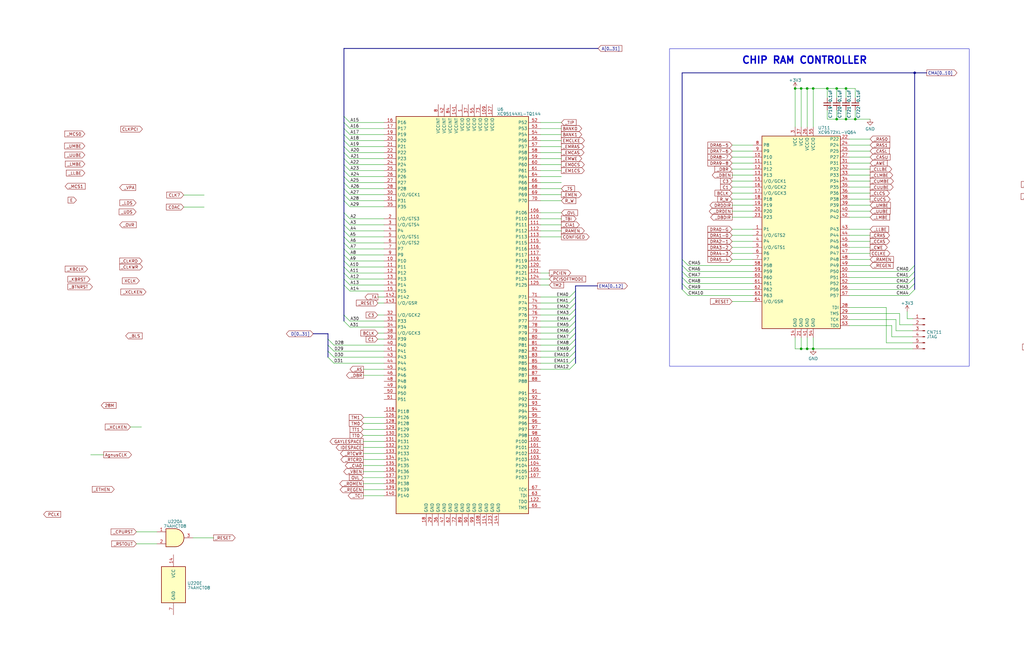
<source format=kicad_sch>
(kicad_sch (version 20230121) (generator eeschema)
  (paper "B")
  (title_block (title "AMIGA PCI") (date "2023-05-20") (rev "1"))
  (junction (at 342.9 147.193))
  (junction (at 340.36 147.193))
  (junction (at 356.743 37.338))
  (junction (at 356.743 50.292))
  (junction (at 340.36 37.338))
  (junction (at 337.82 37.338))
  (junction (at 342.9 37.338))
  (junction (at 360.68 50.292))
  (junction (at 352.806 50.292))
  (junction (at 348.869 37.338))
  (junction (at 337.82 147.193))
  (junction (at 335.28 37.338))
  (junction (at 352.806 37.338))
  (junction (at 519.938 5.08))
  (junction (at 385.699 30.734))
  (bus_entry (at 522.986 108.331) (size 2.54 -2.54))
  (bus_entry (at 517.398 60.071) (size 2.54 -2.54))
  (bus_entry (at 147.574 115.189) (size -2.54 -2.54))
  (bus_entry (at 383.159 122.174) (size 2.54 -2.54))
  (bus_entry (at 240.157 145.669) (size 2.54 -2.54))
  (bus_entry (at 522.986 143.891) (size 2.54 2.54))
  (bus_entry (at 517.398 80.391) (size 2.54 -2.54))
  (bus_entry (at 522.986 138.811) (size 2.54 2.54))
  (bus_entry (at 240.157 132.969) (size 2.54 -2.54))
  (bus_entry (at 147.574 107.569) (size -2.54 -2.54))
  (bus_entry (at 140.843 153.289) (size -2.54 -2.54))
  (bus_entry (at 240.157 125.349) (size 2.54 -2.54))
  (bus_entry (at 522.986 136.271) (size 2.54 2.54))
  (bus_entry (at 290.195 122.174) (size -2.54 -2.54))
  (bus_entry (at 453.009 138.811) (size -2.54 2.54))
  (bus_entry (at 240.157 148.209) (size 2.54 -2.54))
  (bus_entry (at 383.159 124.714) (size 2.54 -2.54))
  (bus_entry (at 453.009 54.991) (size -2.54 -2.54))
  (bus_entry (at 453.009 103.251) (size -2.54 -2.54))
  (bus_entry (at 147.574 102.489) (size -2.54 -2.54))
  (bus_entry (at 147.574 54.229) (size -2.54 -2.54))
  (bus_entry (at 383.159 114.554) (size 2.54 -2.54))
  (bus_entry (at 147.574 99.949) (size -2.54 -2.54))
  (bus_entry (at 453.009 88.011) (size -2.54 -2.54))
  (bus_entry (at 522.986 88.011) (size 2.54 -2.54))
  (bus_entry (at 147.574 64.389) (size -2.54 -2.54))
  (bus_entry (at 147.574 120.269) (size -2.54 -2.54))
  (bus_entry (at 147.574 97.409) (size -2.54 -2.54))
  (bus_entry (at 147.574 77.089) (size -2.54 -2.54))
  (bus_entry (at 453.009 65.151) (size -2.54 -2.54))
  (bus_entry (at 240.157 150.749) (size 2.54 -2.54))
  (bus_entry (at 522.986 95.631) (size 2.54 -2.54))
  (bus_entry (at 517.398 62.611) (size 2.54 -2.54))
  (bus_entry (at 147.574 135.509) (size -2.54 -2.54))
  (bus_entry (at 290.195 124.714) (size -2.54 -2.54))
  (bus_entry (at 147.574 56.769) (size -2.54 -2.54))
  (bus_entry (at 517.398 54.991) (size 2.54 -2.54))
  (bus_entry (at 517.398 70.231) (size 2.54 -2.54))
  (bus_entry (at 453.009 67.691) (size -2.54 -2.54))
  (bus_entry (at 517.398 72.771) (size 2.54 -2.54))
  (bus_entry (at 517.398 57.531) (size 2.54 -2.54))
  (bus_entry (at 147.574 92.329) (size -2.54 -2.54))
  (bus_entry (at 522.986 85.471) (size 2.54 -2.54))
  (bus_entry (at 453.009 126.111) (size -2.54 2.54))
  (bus_entry (at 453.009 113.411) (size -2.54 -2.54))
  (bus_entry (at 453.009 57.531) (size -2.54 -2.54))
  (bus_entry (at 240.157 127.889) (size 2.54 -2.54))
  (bus_entry (at 147.574 94.869) (size -2.54 -2.54))
  (bus_entry (at 453.009 133.731) (size -2.54 2.54))
  (bus_entry (at 522.986 110.871) (size 2.54 -2.54))
  (bus_entry (at 290.195 114.554) (size -2.54 -2.54))
  (bus_entry (at 522.986 113.411) (size 2.54 -2.54))
  (bus_entry (at 140.843 150.749) (size -2.54 -2.54))
  (bus_entry (at 240.157 153.289) (size 2.54 -2.54))
  (bus_entry (at 147.574 112.649) (size -2.54 -2.54))
  (bus_entry (at 453.009 95.631) (size -2.54 -2.54))
  (bus_entry (at 517.398 65.151) (size 2.54 -2.54))
  (bus_entry (at 147.574 59.309) (size -2.54 -2.54))
  (bus_entry (at 240.157 135.509) (size 2.54 -2.54))
  (bus_entry (at 522.986 98.171) (size 2.54 -2.54))
  (bus_entry (at 147.574 105.029) (size -2.54 -2.54))
  (bus_entry (at 147.574 61.849) (size -2.54 -2.54))
  (bus_entry (at 147.574 51.689) (size -2.54 -2.54))
  (bus_entry (at 453.009 108.331) (size -2.54 -2.54))
  (bus_entry (at 383.159 117.094) (size 2.54 -2.54))
  (bus_entry (at 453.009 121.031) (size -2.54 -2.54))
  (bus_entry (at 290.195 119.634) (size -2.54 -2.54))
  (bus_entry (at 517.398 77.851) (size 2.54 -2.54))
  (bus_entry (at 240.157 155.829) (size 2.54 -2.54))
  (bus_entry (at 453.009 123.571) (size -2.54 -2.54))
  (bus_entry (at 522.986 146.431) (size 2.54 2.54))
  (bus_entry (at 453.009 105.791) (size -2.54 -2.54))
  (bus_entry (at 140.843 145.669) (size -2.54 -2.54))
  (bus_entry (at 240.157 138.049) (size 2.54 -2.54))
  (bus_entry (at 147.574 84.709) (size -2.54 -2.54))
  (bus_entry (at 453.009 62.611) (size -2.54 -2.54))
  (bus_entry (at 453.009 115.951) (size -2.54 -2.54))
  (bus_entry (at 453.009 128.651) (size -2.54 2.54))
  (bus_entry (at 517.398 67.691) (size 2.54 -2.54))
  (bus_entry (at 522.986 133.731) (size 2.54 2.54))
  (bus_entry (at 147.574 69.469) (size -2.54 -2.54))
  (bus_entry (at 522.986 118.491) (size 2.54 -2.54))
  (bus_entry (at 240.157 143.129) (size 2.54 -2.54))
  (bus_entry (at 453.009 110.871) (size -2.54 -2.54))
  (bus_entry (at 522.986 90.551) (size 2.54 -2.54))
  (bus_entry (at 147.574 117.729) (size -2.54 -2.54))
  (bus_entry (at 240.157 130.429) (size 2.54 -2.54))
  (bus_entry (at 453.009 70.231) (size -2.54 -2.54))
  (bus_entry (at 522.986 128.651) (size 2.54 2.54))
  (bus_entry (at 453.009 131.191) (size -2.54 2.54))
  (bus_entry (at 140.843 148.209) (size -2.54 -2.54))
  (bus_entry (at 522.986 105.791) (size 2.54 -2.54))
  (bus_entry (at 147.574 82.169) (size -2.54 -2.54))
  (bus_entry (at 240.157 140.589) (size 2.54 -2.54))
  (bus_entry (at 147.574 110.109) (size -2.54 -2.54))
  (bus_entry (at 453.009 93.091) (size -2.54 -2.54))
  (bus_entry (at 522.986 141.351) (size 2.54 2.54))
  (bus_entry (at 147.574 72.009) (size -2.54 -2.54))
  (bus_entry (at 453.009 90.551) (size -2.54 -2.54))
  (bus_entry (at 522.986 103.251) (size 2.54 -2.54))
  (bus_entry (at 453.009 141.351) (size -2.54 2.54))
  (bus_entry (at 522.986 115.951) (size 2.54 -2.54))
  (bus_entry (at 147.574 87.249) (size -2.54 -2.54))
  (bus_entry (at 522.986 126.111) (size 2.54 2.54))
  (bus_entry (at 147.574 79.629) (size -2.54 -2.54))
  (bus_entry (at 522.986 121.031) (size 2.54 -2.54))
  (bus_entry (at 147.574 66.929) (size -2.54 -2.54))
  (bus_entry (at 522.986 82.931) (size 2.54 -2.54))
  (bus_entry (at 522.986 93.091) (size 2.54 -2.54))
  (bus_entry (at 453.009 60.071) (size -2.54 -2.54))
  (bus_entry (at 290.195 112.014) (size -2.54 -2.54))
  (bus_entry (at 147.574 138.049) (size -2.54 -2.54))
  (bus_entry (at 517.398 75.311) (size 2.54 -2.54))
  (bus_entry (at 522.986 131.191) (size 2.54 2.54))
  (bus_entry (at 147.574 74.549) (size -2.54 -2.54))
  (bus_entry (at 453.009 118.491) (size -2.54 -2.54))
  (bus_entry (at 522.986 123.571) (size 2.54 -2.54))
  (bus_entry (at 453.009 98.171) (size -2.54 -2.54))
  (bus_entry (at 453.009 136.271) (size -2.54 2.54))
  (bus_entry (at 290.195 117.094) (size -2.54 -2.54))
  (bus_entry (at 147.574 122.809) (size -2.54 -2.54))
  (bus_entry (at 383.159 119.634) (size 2.54 -2.54))
  (wire (pts (xy 510.286 115.951) (xy 522.986 115.951)))
  (wire (pts (xy 358.14 84.074) (xy 366.903 84.074)))
  (wire (pts (xy 358.14 101.854) (xy 366.903 101.854)))
  (bus (pts (xy 525.526 98.298) (xy 525.526 100.711)))
  (wire (pts (xy 308.737 99.314) (xy 317.5 99.314)))
  (wire (pts (xy 161.925 120.269) (xy 147.574 120.269)))
  (bus (pts (xy 525.526 105.791) (xy 525.526 108.331)))
  (wire (pts (xy 459.486 133.731) (xy 453.009 133.731)))
  (bus (pts (xy 519.938 75.311) (xy 519.938 72.771)))
  (wire (pts (xy 459.486 65.151) (xy 453.009 65.151)))
  (wire (pts (xy 308.737 71.374) (xy 317.5 71.374)))
  (wire (pts (xy 308.737 109.474) (xy 317.5 109.474)))
  (bus (pts (xy 242.697 130.429) (xy 242.697 127.889)))
  (wire (pts (xy 352.806 50.292) (xy 356.743 50.292)))
  (bus (pts (xy 145.034 74.549) (xy 145.034 77.089)))
  (bus (pts (xy 519.938 57.531) (xy 519.938 54.991)))
  (wire (pts (xy 161.925 77.089) (xy 147.574 77.089)))
  (wire (pts (xy 290.195 114.554) (xy 317.5 114.554)))
  (bus (pts (xy 450.469 95.631) (xy 450.469 100.711)))
  (bus (pts (xy 450.469 57.531) (xy 450.469 60.071)))
  (bus (pts (xy 145.034 77.089) (xy 145.034 79.629)))
  (wire (pts (xy 308.737 101.854) (xy 317.5 101.854)))
  (wire (pts (xy 308.737 68.834) (xy 317.5 68.834)))
  (wire (pts (xy 161.925 51.689) (xy 147.574 51.689)))
  (wire (pts (xy 153.289 158.369) (xy 161.925 158.369)))
  (wire (pts (xy 161.925 115.189) (xy 147.574 115.189)))
  (wire (pts (xy 227.965 69.469) (xy 236.728 69.469)))
  (wire (pts (xy 459.486 136.271) (xy 453.009 136.271)))
  (bus (pts (xy 145.034 20.447) (xy 252.222 20.447)))
  (wire (pts (xy 356.743 37.338) (xy 356.743 41.402)))
  (wire (pts (xy 161.925 69.469) (xy 147.574 69.469)))
  (wire (pts (xy 358.14 91.694) (xy 366.903 91.694)))
  (wire (pts (xy 383.159 122.174) (xy 358.14 122.174)))
  (wire (pts (xy 159.385 127.889) (xy 161.925 127.889)))
  (wire (pts (xy 153.162 196.469) (xy 161.925 196.469)))
  (bus (pts (xy 287.655 114.554) (xy 287.655 112.014)))
  (wire (pts (xy 236.728 84.709) (xy 227.965 84.709)))
  (bus (pts (xy 145.034 102.489) (xy 145.034 99.949)))
  (wire (pts (xy 337.82 53.594) (xy 337.82 37.338)))
  (wire (pts (xy 153.162 191.389) (xy 161.925 191.389)))
  (bus (pts (xy 287.655 30.734) (xy 385.699 30.734)))
  (bus (pts (xy 525.526 85.471) (xy 525.526 88.011)))
  (wire (pts (xy 459.486 108.331) (xy 453.009 108.331)))
  (wire (pts (xy 59.69 180.213) (xy 54.991 180.213)))
  (wire (pts (xy 342.9 142.494) (xy 342.9 147.193)))
  (bus (pts (xy 525.526 82.931) (xy 525.526 85.471)))
  (wire (pts (xy 510.286 70.231) (xy 517.398 70.231)))
  (wire (pts (xy 510.286 88.011) (xy 522.986 88.011)))
  (wire (pts (xy 373.761 129.794) (xy 373.761 144.653)))
  (bus (pts (xy 145.034 112.649) (xy 145.034 110.109)))
  (bus (pts (xy 145.034 99.949) (xy 145.034 97.409)))
  (wire (pts (xy 377.825 134.874) (xy 377.825 139.573)))
  (wire (pts (xy 227.965 56.769) (xy 236.728 56.769)))
  (wire (pts (xy 308.737 127.254) (xy 317.5 127.254)))
  (bus (pts (xy 519.938 65.151) (xy 519.938 62.611)))
  (bus (pts (xy 525.526 108.331) (xy 525.526 110.871)))
  (wire (pts (xy 459.486 141.351) (xy 453.009 141.351)))
  (wire (pts (xy 358.14 104.394) (xy 366.903 104.394)))
  (wire (pts (xy 337.82 37.338) (xy 335.28 37.338)))
  (wire (pts (xy 510.286 113.411) (xy 522.986 113.411)))
  (wire (pts (xy 335.28 142.494) (xy 335.28 147.193)))
  (wire (pts (xy 358.14 86.614) (xy 366.903 86.614)))
  (bus (pts (xy 145.034 115.189) (xy 145.034 112.649)))
  (bus (pts (xy 242.697 140.589) (xy 242.697 138.049)))
  (bus (pts (xy 519.938 72.771) (xy 519.938 70.231)))
  (wire (pts (xy 342.9 147.193) (xy 384.937 147.193)))
  (bus (pts (xy 519.938 60.071) (xy 519.938 57.531)))
  (bus (pts (xy 385.699 112.014) (xy 385.699 114.554)))
  (wire (pts (xy 161.925 97.409) (xy 147.574 97.409)))
  (wire (pts (xy 358.14 61.214) (xy 366.903 61.214)))
  (wire (pts (xy 153.162 186.309) (xy 161.925 186.309)))
  (bus (pts (xy 385.699 30.734) (xy 390.779 30.734)))
  (bus (pts (xy 242.697 125.349) (xy 242.697 122.809)))
  (wire (pts (xy 227.965 59.309) (xy 236.728 59.309)))
  (bus (pts (xy 450.469 103.251) (xy 450.469 105.791)))
  (wire (pts (xy 352.806 37.338) (xy 352.806 41.402)))
  (wire (pts (xy 358.14 78.994) (xy 366.903 78.994)))
  (wire (pts (xy 227.965 89.789) (xy 236.728 89.789)))
  (wire (pts (xy 153.162 209.169) (xy 161.925 209.169)))
  (bus (pts (xy 450.469 5.08) (xy 519.938 5.08)))
  (wire (pts (xy 161.925 56.769) (xy 147.574 56.769)))
  (wire (pts (xy 57.531 229.489) (xy 66.167 229.489)))
  (bus (pts (xy 525.526 103.251) (xy 525.526 105.791)))
  (wire (pts (xy 440.436 80.391) (xy 459.486 80.391)))
  (wire (pts (xy 510.286 54.991) (xy 517.398 54.991)))
  (wire (pts (xy 358.14 96.774) (xy 366.903 96.774)))
  (bus (pts (xy 138.303 148.209) (xy 138.303 145.669)))
  (wire (pts (xy 231.648 120.269) (xy 227.965 120.269)))
  (bus (pts (xy 145.034 92.329) (xy 145.034 94.869)))
  (wire (pts (xy 358.14 99.314) (xy 366.903 99.314)))
  (wire (pts (xy 57.531 224.409) (xy 66.167 224.409)))
  (wire (pts (xy 337.82 147.193) (xy 340.36 147.193)))
  (wire (pts (xy 227.965 125.349) (xy 240.157 125.349)))
  (wire (pts (xy 308.737 84.074) (xy 317.5 84.074)))
  (wire (pts (xy 227.965 54.229) (xy 236.728 54.229)))
  (wire (pts (xy 227.965 148.209) (xy 240.157 148.209)))
  (wire (pts (xy 77.47 87.376) (xy 86.106 87.376)))
  (bus (pts (xy 242.697 145.669) (xy 242.697 143.129)))
  (wire (pts (xy 161.925 66.929) (xy 147.574 66.929)))
  (wire (pts (xy 510.286 80.391) (xy 517.398 80.391)))
  (wire (pts (xy 383.159 124.714) (xy 358.14 124.714)))
  (wire (pts (xy 308.737 89.154) (xy 317.5 89.154)))
  (wire (pts (xy 510.286 143.891) (xy 522.986 143.891)))
  (wire (pts (xy 510.286 118.491) (xy 522.986 118.491)))
  (wire (pts (xy 376.047 137.414) (xy 376.047 142.113)))
  (wire (pts (xy 308.737 66.294) (xy 317.5 66.294)))
  (wire (pts (xy 459.486 110.871) (xy 453.009 110.871)))
  (bus (pts (xy 450.469 67.691) (xy 450.469 85.471)))
  (wire (pts (xy 459.486 93.091) (xy 453.009 93.091)))
  (wire (pts (xy 153.162 199.009) (xy 161.925 199.009)))
  (bus (pts (xy 145.034 132.969) (xy 145.034 135.509)))
  (wire (pts (xy 358.14 129.794) (xy 373.761 129.794)))
  (bus (pts (xy 450.469 118.491) (xy 450.469 121.031)))
  (bus (pts (xy 385.699 117.094) (xy 385.699 119.634)))
  (wire (pts (xy 290.195 112.014) (xy 317.5 112.014)))
  (bus (pts (xy 145.034 117.729) (xy 145.034 115.189)))
  (bus (pts (xy 525.526 93.091) (xy 525.526 95.631)))
  (wire (pts (xy 161.925 148.209) (xy 140.843 148.209)))
  (bus (pts (xy 145.034 61.849) (xy 145.034 59.309)))
  (bus (pts (xy 287.655 117.094) (xy 287.655 114.554)))
  (wire (pts (xy 159.258 132.969) (xy 161.925 132.969)))
  (wire (pts (xy 453.009 115.951) (xy 459.486 115.951)))
  (wire (pts (xy 335.28 37.338) (xy 335.28 53.594)))
  (bus (pts (xy 450.469 108.458) (xy 450.469 110.871)))
  (wire (pts (xy 358.14 66.294) (xy 366.903 66.294)))
  (wire (pts (xy 290.195 119.634) (xy 317.5 119.634)))
  (bus (pts (xy 242.697 120.65) (xy 251.968 120.65)))
  (bus (pts (xy 145.034 59.309) (xy 145.034 56.769)))
  (wire (pts (xy 440.436 75.311) (xy 459.486 75.311)))
  (wire (pts (xy 227.965 127.889) (xy 240.157 127.889)))
  (wire (pts (xy 308.737 96.774) (xy 317.5 96.774)))
  (wire (pts (xy 308.737 106.934) (xy 317.5 106.934)))
  (wire (pts (xy 227.965 51.689) (xy 236.728 51.689)))
  (bus (pts (xy 145.034 117.856) (xy 145.034 120.269)))
  (wire (pts (xy 510.286 138.811) (xy 522.986 138.811)))
  (wire (pts (xy 290.195 124.714) (xy 317.5 124.714)))
  (wire (pts (xy 159.385 140.589) (xy 161.925 140.589)))
  (bus (pts (xy 525.526 100.711) (xy 525.526 103.251)))
  (bus (pts (xy 145.034 84.709) (xy 145.034 89.789)))
  (wire (pts (xy 358.14 63.754) (xy 366.903 63.754)))
  (wire (pts (xy 236.728 99.949) (xy 227.965 99.949)))
  (bus (pts (xy 287.655 119.634) (xy 287.655 117.094)))
  (wire (pts (xy 153.162 193.929) (xy 161.925 193.929)))
  (wire (pts (xy 459.486 70.231) (xy 453.009 70.231)))
  (wire (pts (xy 358.14 119.634) (xy 383.159 119.634)))
  (wire (pts (xy 348.869 50.292) (xy 352.806 50.292)))
  (wire (pts (xy 459.486 123.571) (xy 453.009 123.571)))
  (wire (pts (xy 161.925 117.729) (xy 147.574 117.729)))
  (wire (pts (xy 510.286 123.571) (xy 522.986 123.571)))
  (wire (pts (xy 358.14 89.154) (xy 366.903 89.154)))
  (bus (pts (xy 519.938 52.451) (xy 519.938 5.08)))
  (wire (pts (xy 159.385 125.349) (xy 161.925 125.349)))
  (wire (pts (xy 227.965 72.009) (xy 236.728 72.009)))
  (wire (pts (xy 510.286 105.791) (xy 522.986 105.791)))
  (wire (pts (xy 161.925 145.669) (xy 140.843 145.669)))
  (wire (pts (xy 510.286 77.851) (xy 517.398 77.851)))
  (bus (pts (xy 287.655 109.474) (xy 287.655 30.734)))
  (bus (pts (xy 145.034 105.029) (xy 145.034 102.489)))
  (wire (pts (xy 161.925 72.009) (xy 147.574 72.009)))
  (wire (pts (xy 308.737 61.214) (xy 317.5 61.214)))
  (bus (pts (xy 242.697 127.889) (xy 242.697 125.349)))
  (wire (pts (xy 510.286 131.191) (xy 522.986 131.191)))
  (wire (pts (xy 459.486 103.251) (xy 453.009 103.251)))
  (bus (pts (xy 519.938 5.08) (xy 557.911 5.08)))
  (wire (pts (xy 510.286 103.251) (xy 522.986 103.251)))
  (wire (pts (xy 227.965 74.549) (xy 236.728 74.549)))
  (wire (pts (xy 358.14 112.014) (xy 366.903 112.014)))
  (wire (pts (xy 510.286 95.631) (xy 522.986 95.631)))
  (bus (pts (xy 525.526 115.951) (xy 525.526 118.491)))
  (wire (pts (xy 227.965 140.589) (xy 240.157 140.589)))
  (wire (pts (xy 161.925 64.389) (xy 147.574 64.389)))
  (wire (pts (xy 358.14 134.874) (xy 377.825 134.874)))
  (bus (pts (xy 450.469 100.711) (xy 450.469 103.251)))
  (wire (pts (xy 352.806 46.482) (xy 352.806 50.292)))
  (wire (pts (xy 459.486 60.071) (xy 453.009 60.071)))
  (wire (pts (xy 342.9 53.594) (xy 342.9 37.338)))
  (wire (pts (xy 147.574 135.509) (xy 161.925 135.509)))
  (wire (pts (xy 510.286 65.151) (xy 517.398 65.151)))
  (wire (pts (xy 459.486 128.651) (xy 453.009 128.651)))
  (wire (pts (xy 358.14 71.374) (xy 366.903 71.374)))
  (wire (pts (xy 340.36 142.494) (xy 340.36 147.193)))
  (wire (pts (xy 356.743 50.292) (xy 360.68 50.292)))
  (bus (pts (xy 242.697 135.509) (xy 242.697 132.969)))
  (bus (pts (xy 138.303 145.669) (xy 138.303 143.129)))
  (wire (pts (xy 358.14 81.534) (xy 366.903 81.534)))
  (wire (pts (xy 358.14 117.094) (xy 383.159 117.094)))
  (wire (pts (xy 161.925 54.229) (xy 147.574 54.229)))
  (wire (pts (xy 161.925 99.949) (xy 147.574 99.949)))
  (bus (pts (xy 450.469 5.08) (xy 450.469 52.451)))
  (bus (pts (xy 138.303 150.749) (xy 138.303 148.209)))
  (bus (pts (xy 525.526 88.011) (xy 525.526 90.551)))
  (bus (pts (xy 145.034 66.929) (xy 145.034 64.389)))
  (wire (pts (xy 459.486 121.031) (xy 453.009 121.031)))
  (wire (pts (xy 161.925 105.029) (xy 147.574 105.029)))
  (wire (pts (xy 147.574 84.709) (xy 161.925 84.709)))
  (wire (pts (xy 510.286 121.031) (xy 522.986 121.031)))
  (wire (pts (xy 459.486 67.691) (xy 453.009 67.691)))
  (wire (pts (xy 376.047 142.113) (xy 384.937 142.113)))
  (wire (pts (xy 373.761 144.653) (xy 384.937 144.653)))
  (bus (pts (xy 450.469 65.151) (xy 450.469 67.691)))
  (bus (pts (xy 385.699 119.634) (xy 385.699 122.174)))
  (wire (pts (xy 459.486 88.011) (xy 453.009 88.011)))
  (wire (pts (xy 440.436 72.771) (xy 459.486 72.771)))
  (wire (pts (xy 227.965 135.509) (xy 240.157 135.509)))
  (wire (pts (xy 308.737 63.754) (xy 317.5 63.754)))
  (wire (pts (xy 153.162 183.769) (xy 161.925 183.769)))
  (bus (pts (xy 287.655 122.174) (xy 287.655 119.634)))
  (wire (pts (xy 459.486 95.631) (xy 453.009 95.631)))
  (wire (pts (xy 358.14 76.454) (xy 366.903 76.454)))
  (wire (pts (xy 227.965 150.749) (xy 240.157 150.749)))
  (wire (pts (xy 348.869 37.338) (xy 348.869 41.402)))
  (bus (pts (xy 450.469 115.951) (xy 450.469 118.491)))
  (wire (pts (xy 459.486 118.491) (xy 453.009 118.491)))
  (bus (pts (xy 525.526 113.411) (xy 525.526 115.951)))
  (bus (pts (xy 450.469 60.071) (xy 450.469 62.611)))
  (bus (pts (xy 525.526 90.551) (xy 525.526 93.091)))
  (wire (pts (xy 459.486 57.531) (xy 453.009 57.531)))
  (bus (pts (xy 145.034 120.269) (xy 145.034 132.969)))
  (wire (pts (xy 161.925 92.329) (xy 147.574 92.329)))
  (wire (pts (xy 459.486 105.791) (xy 453.009 105.791)))
  (wire (pts (xy 379.349 132.334) (xy 379.349 137.033)))
  (wire (pts (xy 352.806 37.338) (xy 348.869 37.338)))
  (wire (pts (xy 161.925 82.169) (xy 147.574 82.169)))
  (wire (pts (xy 510.286 141.351) (xy 522.986 141.351)))
  (wire (pts (xy 348.869 37.338) (xy 342.9 37.338)))
  (wire (pts (xy 153.162 204.089) (xy 161.925 204.089)))
  (wire (pts (xy 377.825 139.573) (xy 384.937 139.573)))
  (wire (pts (xy 308.737 104.394) (xy 317.5 104.394)))
  (wire (pts (xy 510.286 57.531) (xy 517.398 57.531)))
  (wire (pts (xy 147.574 138.049) (xy 161.925 138.049)))
  (bus (pts (xy 145.034 82.169) (xy 145.034 84.709)))
  (bus (pts (xy 525.526 110.871) (xy 525.526 113.411)))
  (bus (pts (xy 145.034 49.149) (xy 145.034 20.447)))
  (wire (pts (xy 227.965 64.389) (xy 236.728 64.389)))
  (wire (pts (xy 459.486 77.851) (xy 440.436 77.851)))
  (wire (pts (xy 161.925 150.749) (xy 140.843 150.749)))
  (wire (pts (xy 510.286 62.611) (xy 517.398 62.611)))
  (wire (pts (xy 227.965 79.629) (xy 236.728 79.629)))
  (bus (pts (xy 525.526 80.391) (xy 525.526 10.795)))
  (wire (pts (xy 161.925 87.249) (xy 147.574 87.249)))
  (wire (pts (xy 161.925 110.109) (xy 147.574 110.109)))
  (bus (pts (xy 450.469 93.091) (xy 450.469 95.631)))
  (wire (pts (xy 227.965 130.429) (xy 240.157 130.429)))
  (wire (pts (xy 81.407 226.949) (xy 90.043 226.949)))
  (wire (pts (xy 383.159 114.554) (xy 358.14 114.554)))
  (wire (pts (xy 384.937 134.493) (xy 382.524 134.493)))
  (wire (pts (xy 348.869 46.482) (xy 348.869 50.292)))
  (wire (pts (xy 153.162 206.629) (xy 161.925 206.629)))
  (wire (pts (xy 189.611 -44.831) (xy 195.453 -44.831)))
  (wire (pts (xy 510.286 85.471) (xy 522.986 85.471)))
  (wire (pts (xy 510.286 90.551) (xy 522.986 90.551)))
  (wire (pts (xy 147.574 122.809) (xy 161.925 122.809)))
  (bus (pts (xy 242.697 132.969) (xy 242.697 130.429)))
  (wire (pts (xy 161.925 107.569) (xy 147.574 107.569)))
  (bus (pts (xy 242.697 122.809) (xy 242.697 120.65)))
  (wire (pts (xy 308.737 76.454) (xy 317.5 76.454)))
  (wire (pts (xy 210.693 -51.181) (xy 210.693 -47.371)))
  (bus (pts (xy 287.655 112.014) (xy 287.655 109.474)))
  (wire (pts (xy 227.965 92.329) (xy 236.728 92.329)))
  (wire (pts (xy 360.68 46.482) (xy 360.68 50.292)))
  (wire (pts (xy 308.737 91.694) (xy 317.5 91.694)))
  (wire (pts (xy 159.258 143.129) (xy 161.925 143.129)))
  (wire (pts (xy 231.648 117.729) (xy 227.965 117.729)))
  (wire (pts (xy 510.286 108.331) (xy 522.986 108.331)))
  (wire (pts (xy 510.286 72.771) (xy 517.398 72.771)))
  (wire (pts (xy 153.162 201.549) (xy 161.925 201.549)))
  (bus (pts (xy 525.526 10.795) (xy 557.911 10.795)))
  (wire (pts (xy 210.693 -42.291) (xy 223.901 -42.291)))
  (bus (pts (xy 385.699 114.554) (xy 385.699 117.094)))
  (wire (pts (xy 227.965 145.669) (xy 240.157 145.669)))
  (wire (pts (xy 459.486 82.931) (xy 440.436 82.931)))
  (bus (pts (xy 132.08 140.843) (xy 138.303 140.843)))
  (bus (pts (xy 450.469 88.011) (xy 450.469 90.551)))
  (wire (pts (xy 153.162 188.849) (xy 161.925 188.849)))
  (wire (pts (xy 510.286 110.871) (xy 522.986 110.871)))
  (wire (pts (xy 360.68 37.338) (xy 360.68 41.402)))
  (wire (pts (xy 356.743 46.482) (xy 356.743 50.292)))
  (wire (pts (xy 358.14 58.674) (xy 366.903 58.674)))
  (bus (pts (xy 145.034 64.389) (xy 145.034 61.849)))
  (wire (pts (xy 510.286 128.651) (xy 522.986 128.651)))
  (wire (pts (xy 335.28 147.193) (xy 337.82 147.193)))
  (bus (pts (xy 450.469 113.411) (xy 450.469 115.951)))
  (wire (pts (xy 227.965 153.289) (xy 240.157 153.289)))
  (bus (pts (xy 519.938 54.991) (xy 519.938 52.451)))
  (wire (pts (xy 161.925 153.289) (xy 140.843 153.289)))
  (wire (pts (xy 161.925 74.549) (xy 147.574 74.549)))
  (bus (pts (xy 450.469 54.991) (xy 450.469 57.531)))
  (wire (pts (xy 510.286 75.311) (xy 517.398 75.311)))
  (wire (pts (xy 356.743 37.338) (xy 352.806 37.338)))
  (bus (pts (xy 450.469 105.791) (xy 450.469 108.331)))
  (bus (pts (xy 242.697 150.749) (xy 242.697 148.209)))
  (wire (pts (xy 510.286 82.931) (xy 522.986 82.931)))
  (wire (pts (xy 342.9 37.338) (xy 340.36 37.338)))
  (bus (pts (xy 450.469 62.611) (xy 450.469 65.151)))
  (bus (pts (xy 450.469 90.551) (xy 450.469 93.091)))
  (wire (pts (xy 340.36 53.594) (xy 340.36 37.338)))
  (wire (pts (xy 227.965 143.129) (xy 240.157 143.129)))
  (bus (pts (xy 242.697 148.209) (xy 242.697 145.669)))
  (wire (pts (xy 153.162 181.229) (xy 161.925 181.229)))
  (bus (pts (xy 145.034 89.789) (xy 145.034 92.329)))
  (wire (pts (xy 358.14 132.334) (xy 379.349 132.334)))
  (wire (pts (xy 227.965 94.869) (xy 236.728 94.869)))
  (wire (pts (xy 358.14 137.414) (xy 376.047 137.414)))
  (wire (pts (xy 340.36 147.193) (xy 342.9 147.193)))
  (wire (pts (xy 161.925 94.869) (xy 147.574 94.869)))
  (bus (pts (xy 242.697 143.129) (xy 242.697 140.589)))
  (bus (pts (xy 242.697 153.289) (xy 242.697 150.749)))
  (bus (pts (xy 145.034 97.409) (xy 145.034 94.869)))
  (bus (pts (xy 145.034 107.569) (xy 145.034 105.029)))
  (wire (pts (xy 510.286 60.071) (xy 517.398 60.071)))
  (wire (pts (xy 77.47 82.296) (xy 86.106 82.296)))
  (bus (pts (xy 450.469 110.871) (xy 450.469 113.411)))
  (bus (pts (xy 145.034 74.549) (xy 145.034 72.009)))
  (wire (pts (xy 231.648 115.189) (xy 227.965 115.189)))
  (bus (pts (xy 145.034 69.469) (xy 145.034 66.929)))
  (bus (pts (xy 145.034 72.009) (xy 145.034 69.469)))
  (wire (pts (xy 227.965 138.049) (xy 240.157 138.049)))
  (bus (pts (xy 242.697 138.049) (xy 242.697 135.509)))
  (bus (pts (xy 519.938 67.691) (xy 519.938 65.151)))
  (wire (pts (xy 510.286 146.431) (xy 522.986 146.431)))
  (bus (pts (xy 145.034 110.109) (xy 145.034 107.569)))
  (wire (pts (xy 153.289 178.689) (xy 161.925 178.689)))
  (bus (pts (xy 450.469 52.451) (xy 450.469 54.991)))
  (wire (pts (xy 227.965 66.929) (xy 236.728 66.929)))
  (bus (pts (xy 519.938 62.611) (xy 519.938 60.071)))
  (wire (pts (xy 227.965 61.849) (xy 236.728 61.849)))
  (wire (pts (xy 459.486 131.191) (xy 453.009 131.191)))
  (wire (pts (xy 459.486 138.811) (xy 453.009 138.811)))
  (wire (pts (xy 510.286 126.111) (xy 522.986 126.111)))
  (wire (pts (xy 459.486 126.111) (xy 453.009 126.111)))
  (bus (pts (xy 145.034 56.769) (xy 145.034 54.229)))
  (wire (pts (xy 360.68 50.292) (xy 366.903 50.292)))
  (bus (pts (xy 519.938 70.231) (xy 519.938 67.691)))
  (wire (pts (xy 308.737 81.534) (xy 317.5 81.534)))
  (wire (pts (xy 290.195 122.174) (xy 317.5 122.174)))
  (bus (pts (xy 525.526 118.491) (xy 525.526 121.031)))
  (bus (pts (xy 525.526 95.631) (xy 525.526 98.171)))
  (wire (pts (xy 459.486 62.611) (xy 453.009 62.611)))
  (wire (pts (xy 236.728 97.409) (xy 227.965 97.409)))
  (wire (pts (xy 308.737 86.614) (xy 317.5 86.614)))
  (wire (pts (xy 236.728 82.169) (xy 227.965 82.169)))
  (wire (pts (xy 459.486 98.171) (xy 453.009 98.171)))
  (wire (pts (xy 358.14 73.914) (xy 366.903 73.914)))
  (wire (pts (xy 358.14 68.834) (xy 366.903 68.834)))
  (wire (pts (xy 510.286 67.691) (xy 517.398 67.691)))
  (wire (pts (xy 337.82 142.494) (xy 337.82 147.193)))
  (wire (pts (xy 227.965 77.089) (xy 236.728 77.089)))
  (bus (pts (xy 450.469 85.471) (xy 450.469 88.011)))
  (bus (pts (xy 145.034 49.149) (xy 145.034 51.689)))
  (wire (pts (xy 340.36 37.338) (xy 337.82 37.338)))
  (wire (pts (xy 510.286 133.731) (xy 522.986 133.731)))
  (wire (pts (xy 358.14 109.474) (xy 366.903 109.474)))
  (wire (pts (xy 459.486 90.551) (xy 453.009 90.551)))
  (wire (pts (xy 510.286 98.171) (xy 522.986 98.171)))
  (wire (pts (xy 227.965 132.969) (xy 240.157 132.969)))
  (wire (pts (xy 161.925 112.649) (xy 147.574 112.649)))
  (wire (pts (xy 38.227 191.897) (xy 43.688 191.897)))
  (wire (pts (xy 510.286 136.271) (xy 522.986 136.271)))
  (wire (pts (xy 161.925 59.309) (xy 147.574 59.309)))
  (wire (pts (xy 308.737 73.914) (xy 317.5 73.914)))
  (wire (pts (xy 161.925 61.849) (xy 147.574 61.849)))
  (wire (pts (xy 161.925 79.629) (xy 147.574 79.629)))
  (wire (pts (xy 290.195 117.094) (xy 317.5 117.094)))
  (wire (pts (xy 227.965 155.829) (xy 240.157 155.829)))
  (wire (pts (xy 379.349 137.033) (xy 384.937 137.033)))
  (bus (pts (xy 525.526 80.391) (xy 525.526 82.931)))
  (wire (pts (xy 153.289 155.829) (xy 161.925 155.829)))
  (bus (pts (xy 145.034 79.629) (xy 145.034 82.169)))
  (wire (pts (xy 459.486 54.991) (xy 453.009 54.991)))
  (bus (pts (xy 519.938 77.851) (xy 519.938 75.311)))
  (wire (pts (xy 153.289 176.149) (xy 161.925 176.149)))
  (bus (pts (xy 145.034 54.229) (xy 145.034 51.689)))
  (bus (pts (xy 385.699 30.734) (xy 385.699 112.014)))
  (wire (pts (xy 459.486 113.411) (xy 453.009 113.411)))
  (wire (pts (xy 161.925 102.489) (xy 147.574 102.489)))
  (wire (pts (xy 308.737 78.994) (xy 317.5 78.994)))
  (wire (pts (xy 358.14 106.934) (xy 366.903 106.934)))
  (wire (pts (xy 360.68 37.338) (xy 356.743 37.338)))
  (wire (pts (xy 510.286 93.091) (xy 522.986 93.091)))
  (wire (pts (xy 382.524 131.445) (xy 382.524 134.493)))
  (wire (pts (xy 440.309 146.431) (xy 459.486 146.431)))
  (bus (pts (xy 138.303 143.129) (xy 138.303 140.843)))
  (rectangle (start 282.321 20.574) (end 408.686 154.559))
  (text "_BLIT HOLDS OFF DTACK DURING A CHIPSET DMA\nACCESS. IN THE EVENT THE CPU ENTERS A RAM \nCYCLE, THIS HOLDS OF THE CPU UNTIL THE CHIPSET\nCYCLE IS COMPLETE AND THE CPU IS ALLOWED ACCESS \nTO THE RAM. IT IS ONLY ASSERTED WHEN _ROMEN = 1\nAND _DBR = 0." (at 134.493 -10.541 0) (effects (font (size 3 3)) (justify left bottom)))
  (text "THIS IS JUST GOING TO SIT HERE FOR NOW.\nTHIS IS ANOTHER OPTION IF WE NEED TO \nSAVE SOME BOARD SPACE. WE CAN ELIMINATE\nTHE BUFFERS AROUND AGNUS WITH THIS, BUT\nIT IS MUCH MORE EXPENSIVE OPTION." (at 528.066 52.451 0) (effects (font (size 2 2)) (justify left bottom)))
  (text "CHIP RAM CONTROLLER" (at 312.674 27.305 0) (effects (font (size 3 3) (thickness 0.6) bold) (justify left bottom)))
  (label "EMA10" (at 239.903 150.749 180))
  (label "D0" (at 453.009 103.251 0))
  (label "D5" (at 453.009 115.951 0))
  (label "CMA2" (at 383.159 119.634 180))
  (label "A30" (at 147.701 135.509 0))
  (label "LDB15" (at 453.009 141.351 0) (effects (font (size 1.2954 1.2954))))
  (label "A3" (at 147.701 94.869 0))
  (label "D26" (at 517.398 67.691 180))
  (label "A27" (at 147.701 82.169 0))
  (label "A14" (at 147.701 122.809 0))
  (label "D4" (at 453.136 113.411 0))
  (label "LDB13" (at 453.009 136.271 0) (effects (font (size 1.2954 1.2954))))
  (label "D31" (at 140.843 153.289 0))
  (label "D22" (at 453.009 95.631 0))
  (label "A22" (at 147.701 69.469 0))
  (label "LDB0" (at 522.986 126.111 180) (effects (font (size 1.2954 1.2954))))
  (label "UDB13" (at 522.986 118.491 180) (effects (font (size 1.2954 1.2954))))
  (label "LDB10" (at 453.009 128.651 0) (effects (font (size 1.2954 1.2954))))
  (label "UDB5" (at 522.986 95.631 180) (effects (font (size 1.2954 1.2954))))
  (label "A26" (at 147.828 79.629 0))
  (label "A16" (at 147.701 54.229 0))
  (label "LDB14" (at 453.009 138.811 0) (effects (font (size 1.2954 1.2954))))
  (label "D8" (at 453.009 123.571 0))
  (label "A4" (at 147.701 97.409 0))
  (label "LDB2" (at 522.986 131.191 180) (effects (font (size 1.2954 1.2954))))
  (label "D25" (at 517.271 65.151 180))
  (label "D19" (at 517.398 57.531 180))
  (label "D31" (at 517.398 80.391 180))
  (label "A24" (at 147.828 74.549 0))
  (label "D16" (at 453.009 88.011 0))
  (label "D15" (at 453.009 70.231 0))
  (label "A10" (at 147.574 112.649 0))
  (label "D7" (at 453.009 121.031 0))
  (label "D1" (at 453.009 105.791 0))
  (label "A13" (at 147.701 120.269 0))
  (label "D10" (at 453.009 57.531 0))
  (label "CMA10" (at 290.195 124.714 0))
  (label "A25" (at 147.701 77.089 0))
  (label "D11" (at 453.009 60.071 0))
  (label "LDB8" (at 522.986 146.431 180) (effects (font (size 1.2954 1.2954))))
  (label "LDB6" (at 522.986 141.351 180) (effects (font (size 1.2954 1.2954))))
  (label "_BLIT" (at 174.371 -47.371 180))
  (label "UDB4" (at 522.986 93.091 180) (effects (font (size 1.2954 1.2954))))
  (label "D21" (at 517.398 60.071 180))
  (label "D27" (at 517.398 70.231 180))
  (label "A5" (at 147.574 99.949 0))
  (label "CMA8" (at 290.195 119.634 0))
  (label "D29" (at 517.398 75.311 180))
  (label "A9" (at 147.574 110.109 0))
  (label "A21" (at 147.828 66.929 0))
  (label "_ROMEN" (at 189.611 -49.911 0))
  (label "UDB10" (at 522.986 110.871 180) (effects (font (size 1.2954 1.2954))))
  (label "UDB1" (at 522.986 85.471 180) (effects (font (size 1.2954 1.2954))))
  (label "UDB14" (at 522.986 121.031 180) (effects (font (size 1.2954 1.2954))))
  (label "EMA8" (at 239.903 145.669 180))
  (label "A19" (at 147.701 61.849 0))
  (label "A6" (at 147.701 102.489 0))
  (label "CMA3" (at 383.159 122.174 180))
  (label "A23" (at 147.701 72.009 0))
  (label "LDB4" (at 522.986 136.271 180) (effects (font (size 1.2954 1.2954))))
  (label "EMA4" (at 239.903 135.509 180))
  (label "A8" (at 147.701 107.569 0))
  (label "LDB12" (at 453.009 133.731 0) (effects (font (size 1.2954 1.2954))))
  (label "UDB12" (at 522.986 115.951 180) (effects (font (size 1.2954 1.2954))))
  (label "D9" (at 453.009 54.991 0))
  (label "LDB5" (at 522.986 138.811 180) (effects (font (size 1.2954 1.2954))))
  (label "D20" (at 453.009 93.091 0))
  (label "D3" (at 453.009 110.871 0))
  (label "EMA5" (at 239.903 138.049 180))
  (label "D2" (at 453.009 108.331 0))
  (label "UDB6" (at 522.986 98.171 180) (effects (font (size 1.2954 1.2954))))
  (label "EMA7" (at 239.903 143.129 180))
  (label "D18" (at 453.009 90.551 0))
  (label "D30" (at 517.398 77.851 180))
  (label "D28" (at 141.097 145.669 0))
  (label "UDB9" (at 522.986 108.331 180) (effects (font (size 1.2954 1.2954))))
  (label "D24" (at 517.398 62.611 180))
  (label "UDB15" (at 522.986 123.571 180) (effects (font (size 1.2954 1.2954))))
  (label "EMA1" (at 239.776 127.889 180))
  (label "A15" (at 147.701 51.689 0))
  (label "CMA0" (at 383.159 114.554 180))
  (label "LDB11" (at 453.009 131.191 0) (effects (font (size 1.2954 1.2954))))
  (label "EMA12" (at 239.903 155.829 180))
  (label "A11" (at 147.574 115.189 0))
  (label "D12" (at 453.009 62.611 0))
  (label "EMA0" (at 239.776 125.349 180))
  (label "EMA6" (at 239.903 140.589 180))
  (label "CMA4" (at 383.159 124.714 180))
  (label "D14" (at 453.009 67.691 0))
  (label "D30" (at 140.97 150.749 0))
  (label "A20" (at 147.828 64.389 0))
  (label "LDB7" (at 522.986 143.891 180) (effects (font (size 1.2954 1.2954))))
  (label "A18" (at 147.701 59.309 0))
  (label "LDB1" (at 522.986 128.651 180) (effects (font (size 1.2954 1.2954))))
  (label "A29" (at 147.701 87.249 0))
  (label "D28" (at 517.398 72.771 180))
  (label "UDB2" (at 522.986 88.011 180) (effects (font (size 1.2954 1.2954))))
  (label "A2" (at 147.701 92.329 0))
  (label "A31" (at 147.574 138.049 0))
  (label "A12" (at 147.701 117.729 0))
  (label "A28" (at 147.701 84.709 0))
  (label "UDB11" (at 522.986 113.411 180) (effects (font (size 1.2954 1.2954))))
  (label "EMA3" (at 239.903 132.969 180))
  (label "LDB9" (at 453.009 126.111 0) (effects (font (size 1.2954 1.2954))))
  (label "LDB3" (at 522.986 133.731 180) (effects (font (size 1.2954 1.2954))))
  (label "D23" (at 453.009 98.171 0))
  (label "EMA2" (at 239.903 130.429 180))
  (label "D6" (at 453.009 118.491 0))
  (label "D29" (at 140.97 148.209 0))
  (label "EMA9" (at 239.903 148.209 180))
  (label "CMA1" (at 383.159 117.094 180))
  (label "CMA7" (at 290.195 117.094 0))
  (label "UDB0" (at 522.986 82.931 180) (effects (font (size 1.2954 1.2954))))
  (label "CMA9" (at 290.195 122.174 0))
  (label "D17" (at 517.398 54.991 180))
  (label "EMA11" (at 239.903 153.289 180))
  (label "A17" (at 147.701 56.769 0))
  (label "D13" (at 453.009 65.151 0))
  (label "UDB8" (at 522.986 105.791 180) (effects (font (size 1.2954 1.2954))))
  (label "UDB3" (at 522.986 90.551 180) (effects (font (size 1.2954 1.2954))))
  (label "UDB7" (at 522.986 103.251 180) (effects (font (size 1.2954 1.2954))))
  (label "CMA6" (at 290.195 114.554 0))
  (label "CMA5" (at 290.195 112.014 0))
  (label "A7" (at 147.701 105.029 0))
  (global_label "CDAC" (shape input) (at 77.47 87.376 180) (property "Intersheetrefs" "${INTERSHEET_REFS}" (at 70.2472 87.2966 0) (effects (justify right))))
  (global_label "_CASU" (shape input) (at 366.903 66.294 0) (effects (font (size 1.2954 1.2954))) (property "Intersheetrefs" "${INTERSHEET_REFS}" (at 375.8499 66.294 0) (effects (justify left))))
  (global_label "GAYLESPACE" (shape output) (at 153.162 186.309 180) (property "Intersheetrefs" "${INTERSHEET_REFS}" (at 138.6448 186.309 0) (effects (justify right))))
  (global_label "_REGEN" (shape output) (at 153.162 206.629 180) (effects (font (size 1.2954 1.2954))) (property "Intersheetrefs" "${INTERSHEET_REFS}" (at 142.9197 206.629 0) (effects (justify right))))
  (global_label "_AWE" (shape input) (at 440.436 85.471 180) (effects (font (size 1.2954 1.2954))) (property "Intersheetrefs" "${INTERSHEET_REFS}" (at 432.7228 85.471 0) (effects (justify right))))
  (global_label "_CWE" (shape output) (at 366.903 104.394 0) (property "Intersheetrefs" "${INTERSHEET_REFS}" (at 374.6468 104.394 0) (effects (justify left))))
  (global_label "_UUBE" (shape input) (at 366.903 89.154 0) (property "Intersheetrefs" "${INTERSHEET_REFS}" (at 375.8564 89.154 0) (effects (justify left))))
  (global_label "_UMBE" (shape input) (at 366.903 86.614 0) (property "Intersheetrefs" "${INTERSHEET_REFS}" (at 375.9773 86.614 0) (effects (justify left))))
  (global_label "DRA7-6" (shape input) (at 308.737 63.754 180) (effects (font (size 1.2954 1.2954))) (property "Intersheetrefs" "${INTERSHEET_REFS}" (at 298.0013 63.754 0) (effects (justify right))))
  (global_label "_DBR" (shape output) (at 153.289 158.369 180) (property "Intersheetrefs" "${INTERSHEET_REFS}" (at 145.6056 158.369 0) (effects (justify right))))
  (global_label "_EMCAS" (shape output) (at 236.728 64.389 0) (property "Intersheetrefs" "${INTERSHEET_REFS}" (at 246.7699 64.389 0) (effects (justify left))))
  (global_label "_RTCRD" (shape output) (at 153.162 193.929 180) (property "Intersheetrefs" "${INTERSHEET_REFS}" (at 143.241 193.929 0) (effects (justify right))))
  (global_label "TM0" (shape input) (at 153.289 178.689 180) (property "Intersheetrefs" "${INTERSHEET_REFS}" (at 146.7547 178.689 0) (effects (justify right))))
  (global_label "_RESET" (shape input) (at 159.385 127.889 180) (property "Intersheetrefs" "${INTERSHEET_REFS}" (at 149.7665 127.889 0) (effects (justify right))))
  (global_label "_CUCS" (shape output) (at 366.903 84.074 0) (property "Intersheetrefs" "${INTERSHEET_REFS}" (at 375.8564 84.074 0) (effects (justify left))))
  (global_label "_KBCLK" (shape input) (at 36.957 113.538 180) (property "Intersheetrefs" "${INTERSHEET_REFS}" (at 26.9755 113.538 0) (effects (justify right))))
  (global_label "_CLMBE" (shape output) (at 366.903 73.914 0) (property "Intersheetrefs" "${INTERSHEET_REFS}" (at 376.9449 73.914 0) (effects (justify left))))
  (global_label "CONFIGED" (shape output) (at 236.728 99.949 0) (property "Intersheetrefs" "${INTERSHEET_REFS}" (at 248.9472 99.949 0) (effects (justify left))))
  (global_label "_TIP" (shape input) (at 236.728 51.689 0) (property "Intersheetrefs" "${INTERSHEET_REFS}" (at 243.4438 51.689 0) (effects (justify left))))
  (global_label "_EM0CS" (shape output) (at 236.728 69.469 0) (property "Intersheetrefs" "${INTERSHEET_REFS}" (at 246.8908 69.469 0) (effects (justify left))))
  (global_label "_VPA" (shape output) (at 57.277 79.121 180) (property "Intersheetrefs" "${INTERSHEET_REFS}" (at 49.9564 79.121 0) (effects (justify right))))
  (global_label "_ROMEN" (shape output) (at 153.162 204.089 180) (property "Intersheetrefs" "${INTERSHEET_REFS}" (at 142.7572 204.089 0) (effects (justify right))))
  (global_label "_TBI" (shape output) (at 236.728 92.329 0) (property "Intersheetrefs" "${INTERSHEET_REFS}" (at 243.4438 92.329 0) (effects (justify left))))
  (global_label "E" (shape input) (at 32.258 84.455 180) (property "Intersheetrefs" "${INTERSHEET_REFS}" (at 28.2032 84.455 0) (effects (justify right))))
  (global_label "_CLCS" (shape output) (at 366.903 81.534 0) (property "Intersheetrefs" "${INTERSHEET_REFS}" (at 375.554 81.534 0) (effects (justify left))))
  (global_label "28M" (shape input) (at 42.672 171.069 0) (property "Intersheetrefs" "${INTERSHEET_REFS}" (at 49.4482 171.069 0) (effects (justify left))))
  (global_label "_ETHEN" (shape output) (at 38.862 206.502 0) (property "Intersheetrefs" "${INTERSHEET_REFS}" (at 48.662 206.502 0) (effects (justify left))))
  (global_label "_LLBE" (shape input) (at 366.903 96.774 0) (property "Intersheetrefs" "${INTERSHEET_REFS}" (at 375.2516 96.774 0) (effects (justify left))))
  (global_label "_XCLKEN" (shape input) (at 54.991 180.213 180) (property "Intersheetrefs" "${INTERSHEET_REFS}" (at 43.8605 180.213 0) (effects (justify right))))
  (global_label "C3" (shape input) (at 159.258 132.969 180) (property "Intersheetrefs" "${INTERSHEET_REFS}" (at 153.8727 132.969 0) (effects (justify right))))
  (global_label "R_W" (shape input) (at 308.737 84.074 180) (property "Intersheetrefs" "${INTERSHEET_REFS}" (at 302.1422 84.074 0) (effects (justify right))))
  (global_label "C1" (shape input) (at 308.737 78.994 180) (property "Intersheetrefs" "${INTERSHEET_REFS}" (at 303.3517 78.994 0) (effects (justify right))))
  (global_label "_CUMBE" (shape output) (at 366.903 76.454 0) (property "Intersheetrefs" "${INTERSHEET_REFS}" (at 377.2473 76.454 0) (effects (justify left))))
  (global_label "C1" (shape input) (at 159.258 143.129 180) (property "Intersheetrefs" "${INTERSHEET_REFS}" (at 153.8727 143.129 0) (effects (justify right))))
  (global_label "DRA5-4" (shape input) (at 308.737 109.474 180) (effects (font (size 1.2954 1.2954))) (property "Intersheetrefs" "${INTERSHEET_REFS}" (at 298.0013 109.474 0) (effects (justify right))))
  (global_label "_BLS" (shape input) (at 52.959 141.732 0) (effects (font (size 1.2954 1.2954))) (property "Intersheetrefs" "${INTERSHEET_REFS}" (at 60.4872 141.732 0) (effects (justify left))))
  (global_label "TT1" (shape input) (at 153.162 181.229 180) (property "Intersheetrefs" "${INTERSHEET_REFS}" (at 147.1115 181.229 0) (effects (justify right))))
  (global_label "_LLBE" (shape input) (at 35.814 73.025 180) (property "Intersheetrefs" "${INTERSHEET_REFS}" (at 27.4654 73.025 0) (effects (justify right))))
  (global_label "_LDS" (shape input) (at 57.404 85.598 180) (property "Intersheetrefs" "${INTERSHEET_REFS}" (at 50.023 85.598 0) (effects (justify right))))
  (global_label "_TS" (shape input) (at 236.728 79.629 0) (property "Intersheetrefs" "${INTERSHEET_REFS}" (at 242.7785 79.629 0) (effects (justify left))))
  (global_label "_AWE" (shape input) (at 366.903 68.834 0) (effects (font (size 1.2954 1.2954))) (property "Intersheetrefs" "${INTERSHEET_REFS}" (at 374.6162 68.834 0) (effects (justify left))))
  (global_label "_RAMEN" (shape output) (at 236.728 97.409 0) (property "Intersheetrefs" "${INTERSHEET_REFS}" (at 246.8909 97.409 0) (effects (justify left))))
  (global_label "_UUBE" (shape input) (at 35.814 65.405 180) (property "Intersheetrefs" "${INTERSHEET_REFS}" (at 26.8606 65.405 0) (effects (justify right))))
  (global_label "_PCIEN" (shape output) (at 231.648 115.189 0) (property "Intersheetrefs" "${INTERSHEET_REFS}" (at 241.1457 115.189 0) (effects (justify left))))
  (global_label "C1" (shape input) (at 440.436 75.311 180) (property "Intersheetrefs" "${INTERSHEET_REFS}" (at 435.0507 75.311 0) (effects (justify right))))
  (global_label "DRA3-2" (shape input) (at 308.737 104.394 180) (effects (font (size 1.2954 1.2954))) (property "Intersheetrefs" "${INTERSHEET_REFS}" (at 298.0013 104.394 0) (effects (justify right))))
  (global_label "CLKPCI" (shape output) (at 50.927 54.483 0) (property "Intersheetrefs" "${INTERSHEET_REFS}" (at 60.5457 54.483 0) (effects (justify left))))
  (global_label "_AS" (shape input) (at 440.436 80.391 180) (property "Intersheetrefs" "${INTERSHEET_REFS}" (at 434.2645 80.391 0) (effects (justify right))))
  (global_label "_CCAS" (shape output) (at 366.903 101.854 0) (property "Intersheetrefs" "${INTERSHEET_REFS}" (at 375.6145 101.854 0) (effects (justify left))))
  (global_label "_VBEN" (shape output) (at 153.162 199.009 180) (property "Intersheetrefs" "${INTERSHEET_REFS}" (at 144.4505 199.009 0) (effects (justify right))))
  (global_label "DRA0-G" (shape input) (at 308.737 96.774 180) (effects (font (size 1.2954 1.2954))) (property "Intersheetrefs" "${INTERSHEET_REFS}" (at 297.9396 96.774 0) (effects (justify right))))
  (global_label "_RAS0" (shape input) (at 366.903 58.674 0) (effects (font (size 1.2954 1.2954))) (property "Intersheetrefs" "${INTERSHEET_REFS}" (at 375.7265 58.674 0) (effects (justify left))))
  (global_label "_DBR" (shape input) (at 223.901 -42.291 0) (effects (font (size 1.2954 1.2954))) (property "Intersheetrefs" "${INTERSHEET_REFS}" (at 231.7376 -42.291 0) (effects (justify left))))
  (global_label "_CLKWR" (shape output) (at 50.419 112.649 0) (property "Intersheetrefs" "${INTERSHEET_REFS}" (at 60.5819 112.649 0) (effects (justify left))))
  (global_label "BANK1" (shape output) (at 236.728 56.769 0) (property "Intersheetrefs" "${INTERSHEET_REFS}" (at 245.8024 56.769 0) (effects (justify left))))
  (global_label "_EMRAS" (shape output) (at 236.728 61.849 0) (property "Intersheetrefs" "${INTERSHEET_REFS}" (at 246.7699 61.849 0) (effects (justify left))))
  (global_label "CMA[0..10]" (shape output) (at 390.779 30.734 0) (property "Intersheetrefs" "${INTERSHEET_REFS}" (at 404.0263 30.734 0) (effects (justify left))))
  (global_label "_RSTOUT" (shape input) (at 57.531 229.489 180) (property "Intersheetrefs" "${INTERSHEET_REFS}" (at 46.5819 229.489 0) (effects (justify right))))
  (global_label "_CLLBE" (shape output) (at 366.903 71.374 0) (property "Intersheetrefs" "${INTERSHEET_REFS}" (at 376.5216 71.374 0) (effects (justify left))))
  (global_label "_UMBE" (shape input) (at 35.814 61.595 180) (property "Intersheetrefs" "${INTERSHEET_REFS}" (at 26.7397 61.595 0) (effects (justify right))))
  (global_label "_UDS" (shape input) (at 57.404 89.408 180) (property "Intersheetrefs" "${INTERSHEET_REFS}" (at 49.7206 89.408 0) (effects (justify right))))
  (global_label "_MCS1" (shape input) (at 27.432 78.613 0) (property "Intersheetrefs" "${INTERSHEET_REFS}" (at 36.4458 78.613 0) (effects (justify left))))
  (global_label "_CPURST" (shape input) (at 57.531 224.409 180) (property "Intersheetrefs" "${INTERSHEET_REFS}" (at 46.34 224.409 0) (effects (justify right))))
  (global_label "CLK7" (shape input) (at 77.47 82.296 180) (property "Intersheetrefs" "${INTERSHEET_REFS}" (at 69.7866 82.296 0) (effects (justify right))))
  (global_label "_EMEN" (shape output) (at 236.728 82.169 0) (property "Intersheetrefs" "${INTERSHEET_REFS}" (at 245.6813 82.169 0) (effects (justify left))))
  (global_label "BCLK" (shape input) (at 159.385 140.589 180) (property "Intersheetrefs" "${INTERSHEET_REFS}" (at 151.6411 140.589 0) (effects (justify right))))
  (global_label "_OVL" (shape input) (at 236.728 89.789 0) (property "Intersheetrefs" "${INTERSHEET_REFS}" (at 244.0486 89.789 0) (effects (justify left))))
  (global_label "A[0..31]" (shape input) (at 252.222 20.447 0) (property "Intersheetrefs" "${INTERSHEET_REFS}" (at 249.428 23.368 0) (effects (justify left))))
  (global_label "TM2" (shape input) (at 231.648 120.269 0) (property "Intersheetrefs" "${INTERSHEET_REFS}" (at 238.1823 120.269 0) (effects (justify left))))
  (global_label "_XCLKEN" (shape input) (at 61.595 123.19 180) (property "Intersheetrefs" "${INTERSHEET_REFS}" (at 50.4645 123.19 0) (effects (justify right))))
  (global_label "BANK0" (shape output) (at 236.728 54.229 0) (property "Intersheetrefs" "${INTERSHEET_REFS}" (at 245.8024 54.229 0) (effects (justify left))))
  (global_label "LDB[0..15]" (shape bidirectional) (at 528.574 164.084 0) (property "Intersheetrefs" "${INTERSHEET_REFS}" (at 542.6907 164.084 0) (effects (justify left))))
  (global_label "DRA8-7" (shape input) (at 308.737 66.294 180) (effects (font (size 1.2954 1.2954))) (property "Intersheetrefs" "${INTERSHEET_REFS}" (at 298.0013 66.294 0) (effects (justify right))))
  (global_label "OVL" (shape input) (at 153.162 201.549 180) (property "Intersheetrefs" "${INTERSHEET_REFS}" (at 146.809 201.549 0) (effects (justify right))))
  (global_label "_DRDEN" (shape output) (at 308.737 89.154 180) (property "Intersheetrefs" "${INTERSHEET_REFS}" (at 298.5741 89.154 0) (effects (justify right))))
  (global_label "DRA9-8" (shape input) (at 308.737 68.834 180) (effects (font (size 1.2954 1.2954))) (property "Intersheetrefs" "${INTERSHEET_REFS}" (at 298.0013 68.834 0) (effects (justify right))))
  (global_label "_REGEN" (shape input) (at 366.903 112.014 0) (effects (font (size 1.2954 1.2954))) (property "Intersheetrefs" "${INTERSHEET_REFS}" (at 377.1453 112.014 0) (effects (justify left))))
  (global_label "D[0..31]" (shape bidirectional) (at 557.911 5.08 0) (property "Intersheetrefs" "${INTERSHEET_REFS}" (at 569.7296 5.08 0) (effects (justify left))))
  (global_label "_CIA0" (shape output) (at 153.162 196.469 180) (property "Intersheetrefs" "${INTERSHEET_REFS}" (at 145.1157 196.469 0) (effects (justify right))))
  (global_label "_OVR" (shape input) (at 50.419 94.869 0) (property "Intersheetrefs" "${INTERSHEET_REFS}" (at 57.9815 94.869 0) (effects (justify left))))
  (global_label "CCLKE" (shape output) (at 366.903 106.934 0) (property "Intersheetrefs" "${INTERSHEET_REFS}" (at 375.7959 106.934 0) (effects (justify left))))
  (global_label "AgnusCLK" (shape output) (at 43.688 191.897 0) (effects (font (size 1.2954 1.2954))) (property "Intersheetrefs" "${INTERSHEET_REFS}" (at 55.9659 191.897 0) (effects (justify left))))
  (global_label "_RAS1" (shape input) (at 366.903 61.214 0) (effects (font (size 1.2954 1.2954))) (property "Intersheetrefs" "${INTERSHEET_REFS}" (at 375.7265 61.214 0) (effects (justify left))))
  (global_label "_RTCWR" (shape output) (at 153.162 191.389 180) (property "Intersheetrefs" "${INTERSHEET_REFS}" (at 143.0596 191.389 0) (effects (justify right))))
  (global_label "_TA" (shape output) (at 159.385 125.349 180) (property "Intersheetrefs" "${INTERSHEET_REFS}" (at 153.4554 125.349 0) (effects (justify right))))
  (global_label "EMA[0..12]" (shape output) (at 251.968 120.65 0) (property "Intersheetrefs" "${INTERSHEET_REFS}" (at 265.0943 120.65 0) (effects (justify left))))
  (global_label "_RESET" (shape input) (at 308.737 127.254 180) (property "Intersheetrefs" "${INTERSHEET_REFS}" (at 299.1185 127.254 0) (effects (justify right))))
  (global_label "D[0..31]" (shape bidirectional) (at 132.08 140.843 180) (property "Intersheetrefs" "${INTERSHEET_REFS}" (at 120.2614 140.843 0) (effects (justify right))))
  (global_label "_LMBE" (shape input) (at 35.814 69.215 180) (property "Intersheetrefs" "${INTERSHEET_REFS}" (at 27.0421 69.215 0) (effects (justify right))))
  (global_label "DRA1-0" (shape input) (at 308.737 99.314 180) (effects (font (size 1.2954 1.2954))) (property "Intersheetrefs" "${INTERSHEET_REFS}" (at 298.0013 99.314 0) (effects (justify right))))
  (global_label "_RAMEN" (shape input) (at 366.903 109.474 0) (effects (font (size 1.2954 1.2954))) (property "Intersheetrefs" "${INTERSHEET_REFS}" (at 377.2687 109.474 0) (effects (justify left))))
  (global_label "_CLKRD" (shape output) (at 50.419 110.109 0) (property "Intersheetrefs" "${INTERSHEET_REFS}" (at 60.4005 110.109 0) (effects (justify left))))
  (global_label "_AS" (shape output) (at 153.289 155.829 180) (property "Intersheetrefs" "${INTERSHEET_REFS}" (at 147.1175 155.829 0) (effects (justify right))))
  (global_label "_DBR" (shape input) (at 308.737 71.374 180) (effects (font (size 1.2954 1.2954))) (property "Intersheetrefs" "${INTERSHEET_REFS}" (at 300.9004 71.374 0) (effects (justify right))))
  (global_label "_RESET" (shape input) (at 440.309 146.431 180) (property "Intersheetrefs" "${INTERSHEET_REFS}" (at 430.6905 146.431 0) (effects (justify right))))
  (global_label "_BTNRST" (shape output) (at 28.575 121.031 0) (property "Intersheetrefs" "${INTERSHEET_REFS}" (at 39.4636 121.031 0) (effects (justify left))))
  (global_label "_CRAS" (shape output) (at 366.903 99.314 0) (property "Intersheetrefs" "${INTERSHEET_REFS}" (at 375.6145 99.314 0) (effects (justify left))))
  (global_label "DRD[0..15]" (shape bidirectional) (at 557.911 10.795 0) (property "Intersheetrefs" "${INTERSHEET_REFS}" (at 572.2696 10.795 0) (effects (justify left))))
  (global_label "_REGEN" (shape input) (at 440.436 77.851 180) (effects (font (size 1.2954 1.2954))) (property "Intersheetrefs" "${INTERSHEET_REFS}" (at 430.1937 77.851 0) (effects (justify right))))
  (global_label "_EMWE" (shape output) (at 236.728 66.929 0) (property "Intersheetrefs" "${INTERSHEET_REFS}" (at 245.8022 66.929 0) (effects (justify left))))
  (global_label "DRDDIR" (shape output) (at 308.737 86.614 180) (property "Intersheetrefs" "${INTERSHEET_REFS}" (at 298.8764 86.614 0) (effects (justify right))))
  (global_label "_RAMEN" (shape input) (at 440.436 82.931 180) (effects (font (size 1.2954 1.2954))) (property "Intersheetrefs" "${INTERSHEET_REFS}" (at 430.0703 82.931 0) (effects (justify right))))
  (global_label "TM1" (shape input) (at 153.289 176.149 180) (property "Intersheetrefs" "${INTERSHEET_REFS}" (at 146.7547 176.149 0) (effects (justify right))))
  (global_label "XCLK" (shape input) (at 58.801 118.491 180) (property "Intersheetrefs" "${INTERSHEET_REFS}" (at 51.1176 118.491 0) (effects (justify right))))
  (global_label "IDESPACE" (shape output) (at 153.162 188.849 180) (property "Intersheetrefs" "${INTERSHEET_REFS}" (at 141.2453 188.849 0) (effects (justify right))))
  (global_label "DRA2-1" (shape input) (at 308.737 101.854 180) (effects (font (size 1.2954 1.2954))) (property "Intersheetrefs" "${INTERSHEET_REFS}" (at 298.0013 101.854 0) (effects (justify right))))
  (global_label "R_W" (shape input) (at 236.728 84.709 0) (property "Intersheetrefs" "${INTERSHEET_REFS}" (at 243.3228 84.709 0) (effects (justify left))))
  (global_label "PCLK" (shape output) (at 25.654 217.043 180) (property "Intersheetrefs" "${INTERSHEET_REFS}" (at 17.9101 217.043 0) (effects (justify right))))
  (global_label "_LMBE" (shape input) (at 366.903 91.694 0) (property "Intersheetrefs" "${INTERSHEET_REFS}" (at 375.6749 91.694 0) (effects (justify left))))
  (global_label "BCLK" (shape input) (at 308.737 81.534 180) (property "Intersheetrefs" "${INTERSHEET_REFS}" (at 300.9931 81.534 0) (effects (justify right))))
  (global_label "DRA4-3" (shape input) (at 308.737 106.934 180) (effects (font (size 1.2954 1.2954))) (property "Intersheetrefs" "${INTERSHEET_REFS}" (at 298.0013 106.934 0) (effects (justify right))))
  (global_label "_DBDIR" (shape output) (at 308.737 91.694 180) (property "Intersheetrefs" "${INTERSHEET_REFS}" (at 299.1788 91.694 0) (effects (justify right))))
  (global_label "_CIA1" (shape output) (at 236.728 94.869 0) (property "Intersheetrefs" "${INTERSHEET_REFS}" (at 244.7743 94.869 0) (effects (justify left))))
  (global_label "C3" (shape input) (at 308.737 76.454 180) (property "Intersheetrefs" "${INTERSHEET_REFS}" (at 303.3517 76.454 0) (effects (justify right))))
  (global_label "_CUUBE" (shape output) (at 366.903 78.994 0) (property "Intersheetrefs" "${INTERSHEET_REFS}" (at 377.1264 78.994 0) (effects (justify left))))
  (global_label "EMCLKE" (shape output) (at 236.728 59.309 0) (property "Intersheetrefs" "${INTERSHEET_REFS}" (at 246.9513 59.309 0) (effects (justify left))))
  (global_label "PCISOFTMODE" (shape input) (at 231.648 117.729 0) (property "Intersheetrefs" "${INTERSHEET_REFS}" (at 247.4957 117.729 0) (effects (justify left))))
  (global_label "_TCI" (shape output) (at 153.162 209.169 180) (effects (font (size 1.2954 1.2954))) (property "Intersheetrefs" "${INTERSHEET_REFS}" (at 146.3123 209.169 0) (effects (justify right))))
  (global_label "_DBEN" (shape output) (at 308.737 73.914 180) (property "Intersheetrefs" "${INTERSHEET_REFS}" (at 299.8441 73.914 0) (effects (justify right))))
  (global_label "_CASL" (shape input) (at 366.903 63.754 0) (effects (font (size 1.2954 1.2954))) (property "Intersheetrefs" "${INTERSHEET_REFS}" (at 375.5415 63.754 0) (effects (justify left))))
  (global_label "_EM1CS" (shape output) (at 236.728 72.009 0) (property "Intersheetrefs" "${INTERSHEET_REFS}" (at 246.8908 72.009 0) (effects (justify left))))
  (global_label "_KBRST" (shape output) (at 28.575 117.856 0) (property "Intersheetrefs" "${INTERSHEET_REFS}" (at 38.4355 117.856 0) (effects (justify left))))
  (global_label "_RESET" (shape output) (at 90.043 226.949 0) (property "Intersheetrefs" "${INTERSHEET_REFS}" (at 99.6615 226.949 0) (effects (justify left))))
  (global_label "TT0" (shape input) (at 153.162 183.769 180) (property "Intersheetrefs" "${INTERSHEET_REFS}" (at 147.1115 183.769 0) (effects (justify right))))
  (global_label "DRA6-5" (shape input) (at 308.737 61.214 180) (effects (font (size 1.2954 1.2954))) (property "Intersheetrefs" "${INTERSHEET_REFS}" (at 298.0013 61.214 0) (effects (justify right))))
  (global_label "_MCS0" (shape input) (at 35.814 56.515 180) (property "Intersheetrefs" "${INTERSHEET_REFS}" (at 26.8002 56.515 0) (effects (justify right))))
  (global_label "C3" (shape input) (at 440.436 72.771 180) (property "Intersheetrefs" "${INTERSHEET_REFS}" (at 435.0507 72.771 0) (effects (justify right))))
  (symbol (lib_id "Device:C_Small") (at 356.743 43.942 0) (unit 1)
    (property "Reference" "C721" (at 358.013 49.911 90) (effects (justify left)))
    (property "Value" "0.1uF" (at 358.013 43.18 90) (effects (justify left)))
  )
  (symbol (lib_id "74xx:7400") (at 203.073 -44.831 180) (unit 4)
    (property "Reference" "U900" (at 203.073 -52.8828 0))
    (property "Value" "74HCT00" (at 203.073 -50.5714 0))
    (property "Footprint" "Package_SO:SOIC-14_3.9x8.7mm_P1.27mm" (effects hide))
    (property "Datasheet" "http://www.ti.com/lit/gpn/sn7400" (effects hide))
  )
  (symbol (lib_id "Device:C_Small") (at 348.869 43.942 0) (unit 1)
    (property "Reference" "C719" (at 350.139 49.911 90) (effects (justify left)))
    (property "Value" "0.1uF" (at 350.139 43.18 90) (effects (justify left)))
  )
  (symbol (lib_id "74xx:7400") (at 181.991 -47.371 0) (mirror y) (unit 3)
    (property "Reference" "U900" (at 181.991 -56.261 0))
    (property "Value" "74HCT00" (at 181.991 -53.721 0))
    (property "Footprint" "Package_SO:SOIC-14_3.9x8.7mm_P1.27mm" (effects hide))
    (property "Datasheet" "http://www.ti.com/lit/gpn/sn7400" (effects hide))
  )
  (symbol (lib_id "Device:C_Small") (at 352.806 43.942 0) (unit 1)
    (property "Reference" "C720" (at 354.076 49.911 90) (effects (justify left)))
    (property "Value" "0.1uF" (at 354.076 43.18 90) (effects (justify left)))
  )
  (symbol (lib_id "power:GND") (at 342.9 147.193 0) (unit 1)
    (property "Reference" "#PWR026" (effects hide))
    (property "Value" "GND" (at 342.9 151.3285 0))
  )
  (symbol (lib_id "CPLD_Xilinx:XC9572XL-VQ64") (at 337.82 96.774 0) (unit 1)
    (property "Reference" "U711" (at 344.932 53.959 0) (effects (justify left)))
    (property "Value" "XC9572XL-VQ64" (at 344.932 55.88 0) (effects (justify left)))
    (property "Footprint" "Package_QFP:TQFP-64_10x10mm_P0.5mm" (effects hide))
    (property "Datasheet" "http://www.xilinx.com/support/documentation/data_sheets/ds057.pdf" (effects hide))
  )
  (symbol (lib_id "74xx:74LS08") (at 73.152 246.761 0) (unit 5)
    (property "Reference" "U220" (at 78.994 246.1173 0) (effects (justify left)))
    (property "Value" "74AHCT08" (at 78.994 248.0383 0) (effects (justify left)))
    (property "Footprint" "Package_SO:TSSOP-14_4.4x5mm_P0.65mm" (effects hide))
  )
  (symbol (lib_id "power:GND") (at 366.903 50.292 0) (unit 1)
    (property "Reference" "#PWR025" (effects hide))
    (property "Value" "GND" (at 366.903 54.4275 0))
  )
  (symbol (lib_id "power:+3V3") (at 382.524 131.445 0) (unit 1)
    (property "Reference" "#PWR030" (effects hide))
    (property "Value" "+3V3" (at 382.524 127.9431 0))
  )
  (symbol (lib_id "power:+3V3") (at 335.28 37.338 0) (unit 1)
    (property "Reference" "#PWR027" (effects hide))
    (property "Value" "+3V3" (at 335.28 33.8361 0))
  )
  (symbol (lib_id "Connector:Conn_01x06_Pin") (at 390.017 139.573 0) (mirror y) (unit 1)
    (property "Reference" "CN711" (at 390.7282 140.1993 0) (effects (justify right)))
    (property "Value" "JTAG" (at 390.7282 142.1203 0) (effects (justify right)))
    (property "Footprint" "Connector_PinHeader_2.54mm:PinHeader_1x06_P2.54mm_Vertical" (effects hide))
  )
  (symbol (lib_id "CPLD_Xilinx:XC9572XL-TQ100") (at 484.886 98.171 0) (unit 1) (on_board no)
    (property "Reference" "U1" (at 494.4619 31.6611 0) (effects (justify left)))
    (property "Value" "XC9572XL-TQ100" (at 494.665 33.401 0) (effects (justify left)))
    (property "Footprint" "Package_QFP:TQFP-100_14x14mm_P0.5mm" (effects hide))
    (property "Datasheet" "http://www.xilinx.com/support/documentation/data_sheets/ds057.pdf" (effects hide))
  )
  (symbol (lib_id "CPLD_Xilinx:XC9572XL-TQ100") (at -39.878 122.428 0) (unit 1)
    (property "Reference" "U99" (at -30.3021 55.9181 0) (effects (justify left)))
    (property "Value" "XC9572XL-TQ100" (at -30.3021 57.8391 0) (effects (justify left)))
    (property "Footprint" "Package_QFP:TQFP-100_14x14mm_P0.5mm" (effects hide))
    (property "Datasheet" "http://www.xilinx.com/support/documentation/data_sheets/ds057.pdf" (effects hide))
  )
  (symbol (lib_id "power:+5V") (at 210.693 -51.181 0) (unit 1)
    (property "Reference" "#PWR033" (effects hide))
    (property "Value" "+5V" (at 211.074 -55.5752 0))
    (instances (project "AmigaPCI Mainboard" (path "" (reference "#PWR033") (unit 1)) (path "" (reference "#PWR033") (unit 1))) (project "2000ATX" (path "" (reference "#PWR0249") (unit 1))))
  )
  (symbol (lib_id "74xx:74LS08") (at 73.787 226.949 0) (unit 1)
    (property "Reference" "U220" (at 73.7787 220.1291 0))
    (property "Value" "74AHCT08" (at 73.7787 222.0501 0))
    (property "Footprint" "Package_SO:TSSOP-14_4.4x5mm_P0.65mm" (effects hide))
  )
  (symbol (lib_id "Device:C_Small") (at 360.68 43.942 0) (unit 1)
    (property "Reference" "C722" (at 361.95 49.911 90) (effects (justify left)))
    (property "Value" "0.1uF" (at 361.95 43.18 90) (effects (justify left)))
  )
  (symbol (lib_id "CPLD_Xilinx:XC95144XL-TQ144") (at 194.945 132.969 0) (unit 1)
    (property "Reference" "U6" (at 209.6009 46.1391 0) (effects (justify left)))
    (property "Value" "XC95144XL-TQ144" (at 209.6009 48.0601 0) (effects (justify left)))
    (property "Footprint" "Package_QFP:TQFP-144_20x20mm_P0.5mm" (effects hide))
    (property "Datasheet" "https://www.xilinx.com/support/documentation/data_sheets/ds056.pdf" (effects hide))
    (instances (project "AmigaPCI Mainboard" (path "" (reference "U6") (unit 1)) (path "" (reference "U409") (unit 1))))
  )
)
</source>
